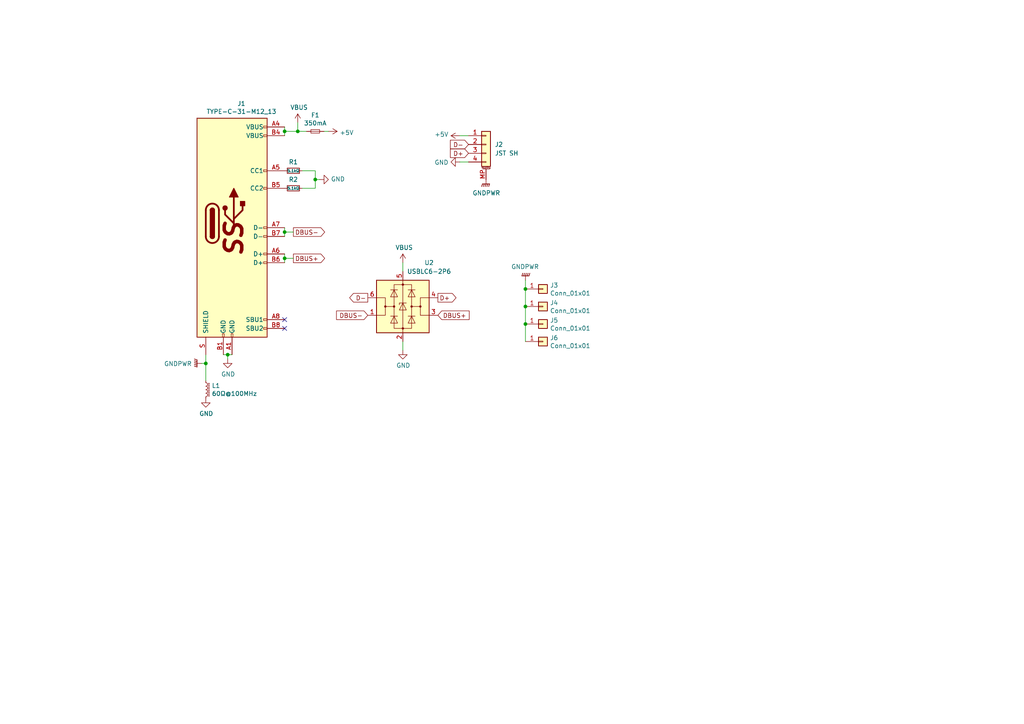
<source format=kicad_sch>
(kicad_sch (version 20210621) (generator eeschema)
  (paper "A4")
  (lib_symbols
    (symbol "Connector_Generic:Conn_01x01" (pin_names (offset 1.016) hide)
      (property "Reference" "J" (at 0 2.54 0))
      (property "Value" "Conn_01x01" (at 0 -2.54 0))
      (symbol "Conn_01x01_1_1"
        (rectangle (start -1.27 0.127) (end 0 -0.127) (stroke (width 0.1524)))
        (rectangle (start -1.27 1.27) (end 1.27 -1.27) (stroke (width 0.254)) (fill (type background)))
        (pin passive line (at -5.08 0 0) (length 3.81) (name "Pin_1") (number "1"))
      )
    )
    (symbol "Connector_Generic_MountingPin:Conn_01x04_MountingPin" (pin_names (offset 1.016) hide)
      (property "Reference" "J" (at 0 5.08 0))
      (property "Value" "Conn_01x04_MountingPin" (at 1.27 -7.62 0))
      (symbol "Conn_01x04_MountingPin_1_1"
        (rectangle (start -1.27 -4.953) (end 0 -5.207) (stroke (width 0.1524)))
        (rectangle (start -1.27 -2.413) (end 0 -2.667) (stroke (width 0.1524)))
        (rectangle (start -1.27 0.127) (end 0 -0.127) (stroke (width 0.1524)))
        (rectangle (start -1.27 2.667) (end 0 2.413) (stroke (width 0.1524)))
        (rectangle (start -1.27 3.81) (end 1.27 -6.35) (stroke (width 0.254)) (fill (type background)))
        (polyline (pts (xy -1.016 -7.112) (xy 1.016 -7.112)) (stroke (width 0.1524)))
        (text "Mounting" (at 0 -6.731 0) (effects (font (size 0.381 0.381))))
        (pin passive line (at -5.08 2.54 0) (length 3.81) (name "Pin_1") (number "1"))
        (pin passive line (at -5.08 0 0) (length 3.81) (name "Pin_2") (number "2"))
        (pin passive line (at -5.08 -2.54 0) (length 3.81) (name "Pin_3") (number "3"))
        (pin passive line (at -5.08 -5.08 0) (length 3.81) (name "Pin_4") (number "4"))
        (pin passive line (at 0 -10.16 90) (length 3.048) (name "MountPin") (number "MP"))
      )
    )
    (symbol "Device:Fuse_Small" (pin_numbers hide) (pin_names (offset 0.254) hide)
      (property "Reference" "F" (at 0 -1.524 0))
      (property "Value" "Fuse_Small" (at 0 1.524 0))
      (symbol "Fuse_Small_0_1"
        (rectangle (start -1.27 0.508) (end 1.27 -0.508))
        (polyline (pts (xy -1.27 0) (xy 1.27 0)))
      )
      (symbol "Fuse_Small_1_1"
        (pin passive line (at -2.54 0 0) (length 1.27) (name "~") (number "1"))
        (pin passive line (at 2.54 0 180) (length 1.27) (name "~") (number "2"))
      )
    )
    (symbol "Device:L_Core_Ferrite_Small" (pin_numbers hide) (pin_names (offset 0.254) hide)
      (property "Reference" "L" (at 1.27 1.016 0))
      (property "Value" "Device_L_Core_Ferrite_Small" (at 1.27 -1.27 0))
      (symbol "L_Core_Ferrite_Small_0_1"
        (arc (start 0 -2.032) (mid 0.508 -1.524) (end 0 -1.016))
        (arc (start 0 -1.016) (mid 0.508 -0.508) (end 0 0))
        (polyline (pts (xy 0.762 -1.905) (xy 0.762 -1.651)))
        (polyline (pts (xy 0.762 -1.397) (xy 0.762 -1.143)))
        (polyline (pts (xy 0.762 -0.889) (xy 0.762 -0.635)))
        (polyline (pts (xy 0.762 -0.381) (xy 0.762 -0.127)))
        (polyline (pts (xy 0.762 0.127) (xy 0.762 0.381)))
        (polyline (pts (xy 0.762 0.635) (xy 0.762 0.889)))
        (polyline (pts (xy 0.762 1.143) (xy 0.762 1.397)))
        (polyline (pts (xy 0.762 1.651) (xy 0.762 1.905)))
        (polyline (pts (xy 1.016 -1.651) (xy 1.016 -1.905)))
        (polyline (pts (xy 1.016 -1.143) (xy 1.016 -1.397)))
        (polyline (pts (xy 1.016 -0.635) (xy 1.016 -0.889)))
        (polyline (pts (xy 1.016 -0.127) (xy 1.016 -0.381)))
        (polyline (pts (xy 1.016 0.381) (xy 1.016 0.127)))
        (polyline (pts (xy 1.016 0.889) (xy 1.016 0.635)))
        (polyline (pts (xy 1.016 1.397) (xy 1.016 1.143)))
        (polyline (pts (xy 1.016 1.905) (xy 1.016 1.651)))
        (arc (start 0 0) (mid 0.508 0.508) (end 0 1.016))
        (arc (start 0 1.016) (mid 0.508 1.524) (end 0 2.032))
      )
      (symbol "L_Core_Ferrite_Small_1_1"
        (pin passive line (at 0 2.54 270) (length 0.508) (name "~") (number "1"))
        (pin passive line (at 0 -2.54 90) (length 0.508) (name "~") (number "2"))
      )
    )
    (symbol "Device:R_Small" (pin_numbers hide) (pin_names (offset 0.254) hide)
      (property "Reference" "R" (at 0.762 0.508 0))
      (property "Value" "R_Small" (at 0.762 -1.016 0))
      (symbol "R_Small_0_1"
        (rectangle (start -0.762 1.778) (end 0.762 -1.778) (stroke (width 0.2032)))
      )
      (symbol "R_Small_1_1"
        (pin passive line (at 0 2.54 270) (length 0.762) (name "~") (number "1"))
        (pin passive line (at 0 -2.54 90) (length 0.762) (name "~") (number "2"))
      )
    )
    (symbol "Power_Protection:USBLC6-2P6" (pin_names hide)
      (property "Reference" "U" (at 2.54 8.89 0))
      (property "Value" "USBLC6-2P6" (at 2.54 -8.89 0))
      (symbol "USBLC6-2P6_0_1"
        (rectangle (start -7.62 -7.62) (end 7.62 7.62) (stroke (width 0.254)) (fill (type background)))
        (circle (center -5.08 0) (radius 0.254) (fill (type outline)))
        (circle (center -2.54 0) (radius 0.254) (fill (type outline)))
        (rectangle (start -2.54 6.35) (end 2.54 -6.35))
        (circle (center 0 -6.35) (radius 0.254) (fill (type outline)))
        (polyline (pts (xy -5.08 -2.54) (xy -7.62 -2.54)))
        (polyline (pts (xy -5.08 0) (xy -5.08 -2.54)))
        (polyline (pts (xy -5.08 2.54) (xy -7.62 2.54)))
        (polyline (pts (xy -1.524 -2.794) (xy -3.556 -2.794)))
        (polyline (pts (xy -1.524 4.826) (xy -3.556 4.826)))
        (polyline (pts (xy 0 -7.62) (xy 0 -6.35)))
        (polyline (pts (xy 0 -6.35) (xy 0 1.27)))
        (polyline (pts (xy 0 1.27) (xy 0 6.35)))
        (polyline (pts (xy 0 6.35) (xy 0 7.62)))
        (polyline (pts (xy 1.524 -2.794) (xy 3.556 -2.794)))
        (polyline (pts (xy 1.524 4.826) (xy 3.556 4.826)))
        (polyline (pts (xy 5.08 -2.54) (xy 7.62 -2.54)))
        (polyline (pts (xy 5.08 0) (xy 5.08 -2.54)))
        (polyline (pts (xy 5.08 2.54) (xy 7.62 2.54)))
        (polyline (pts (xy -2.54 0) (xy -5.08 0) (xy -5.08 2.54)))
        (polyline (pts (xy 2.54 0) (xy 5.08 0) (xy 5.08 2.54)))
        (polyline (pts (xy -3.556 -4.826) (xy -1.524 -4.826) (xy -2.54 -2.794) (xy -3.556 -4.826)))
        (polyline (pts (xy -3.556 2.794) (xy -1.524 2.794) (xy -2.54 4.826) (xy -3.556 2.794)))
        (polyline (pts (xy -1.016 -1.016) (xy 1.016 -1.016) (xy 0 1.016) (xy -1.016 -1.016)))
        (polyline (pts (xy 1.016 1.016) (xy 0.762 1.016) (xy -1.016 1.016) (xy -1.016 0.508)))
        (polyline (pts (xy 3.556 -4.826) (xy 1.524 -4.826) (xy 2.54 -2.794) (xy 3.556 -4.826)))
        (polyline (pts (xy 3.556 2.794) (xy 1.524 2.794) (xy 2.54 4.826) (xy 3.556 2.794)))
        (circle (center 0 6.35) (radius 0.254) (fill (type outline)))
        (circle (center 2.54 0) (radius 0.254) (fill (type outline)))
        (circle (center 5.08 0) (radius 0.254) (fill (type outline)))
      )
      (symbol "USBLC6-2P6_1_1"
        (pin passive line (at -10.16 -2.54 0) (length 2.54) (name "I/O1") (number "1"))
        (pin passive line (at 0 -10.16 90) (length 2.54) (name "GND") (number "2"))
        (pin passive line (at 10.16 -2.54 180) (length 2.54) (name "I/O2") (number "3"))
        (pin passive line (at 10.16 2.54 180) (length 2.54) (name "I/O2") (number "4"))
        (pin passive line (at 0 10.16 270) (length 2.54) (name "VBUS") (number "5"))
        (pin passive line (at -10.16 2.54 0) (length 2.54) (name "I/O1") (number "6"))
      )
    )
    (symbol "acheronSymbols:TYPE-C-31-M12_13" (pin_names (offset 1.016))
      (property "Reference" "J" (at -1.27 35.56 0))
      (property "Value" "acheronSymbols_TYPE-C-31-M12_13" (at 10.16 33.02 0))
      (symbol "TYPE-C-31-M12_13_0_0"
        (rectangle (start -0.254 -31.75) (end 0.254 -30.734))
        (rectangle (start 10.16 -28.956) (end 9.144 -29.464))
        (rectangle (start 10.16 -26.416) (end 9.144 -26.924))
        (rectangle (start 10.16 -9.906) (end 9.144 -10.414))
        (rectangle (start 10.16 -7.366) (end 9.144 -7.874))
        (rectangle (start 10.16 -2.286) (end 9.144 -2.794))
        (rectangle (start 10.16 0.254) (end 9.144 -0.254))
        (rectangle (start 10.16 11.684) (end 9.144 11.176))
        (rectangle (start 10.16 16.764) (end 9.144 16.256))
        (rectangle (start 10.16 29.464) (end 9.144 28.956))
        (text "SS" (at 0.508 -3.175 900) (effects (font (size 5.08 5.08) bold italic)))
      )
      (symbol "TYPE-C-31-M12_13_0_1"
        (rectangle (start -10.16 31.75) (end 10.16 -31.75) (stroke (width 0.254)) (fill (type background)))
        (arc (start -7.62 -2.54) (mid -5.715 -4.445) (end -3.81 -2.54) (stroke (width 0.508)))
        (arc (start -6.35 -2.54) (mid -5.715 -3.175) (end -5.08 -2.54) (stroke (width 0.254)))
        (arc (start -6.35 -2.54) (mid -5.715 -3.175) (end -5.08 -2.54) (stroke (width 0.254)) (fill (type outline)))
        (rectangle (start -6.35 -2.54) (end -5.08 5.08) (stroke (width 0.254)) (fill (type outline)))
        (arc (start -5.08 5.08) (mid -5.715 5.715) (end -6.35 5.08) (stroke (width 0.254)))
        (arc (start -5.08 5.08) (mid -5.715 5.715) (end -6.35 5.08) (stroke (width 0.254)) (fill (type outline)))
        (arc (start -3.81 5.08) (mid -5.715 6.985) (end -7.62 5.08) (stroke (width 0.508)))
        (circle (center -2.032 5.715) (radius 0.635) (stroke (width 0.254)) (fill (type outline)))
        (polyline (pts (xy -7.62 -2.54) (xy -7.62 5.08)) (stroke (width 0.508)))
        (polyline (pts (xy -3.81 5.08) (xy -3.81 -2.54)) (stroke (width 0.508)))
        (polyline (pts (xy 0.508 0) (xy 0.508 8.89)) (stroke (width 0.508)))
        (polyline (pts (xy 0.508 1.27) (xy -2.032 3.81) (xy -2.032 5.08)) (stroke (width 0.508)))
        (polyline (pts (xy 0.508 2.54) (xy 3.048 5.08) (xy 3.048 6.35)) (stroke (width 0.508)))
        (polyline (pts (xy -0.762 8.89) (xy 0.508 11.43) (xy 1.778 8.89) (xy -0.762 8.89)) (stroke (width 0.254)) (fill (type outline)))
        (rectangle (start 2.413 6.35) (end 3.683 7.62) (stroke (width 0.254)) (fill (type outline)))
      )
      (symbol "TYPE-C-31-M12_13_1_1"
        (rectangle (start -2.794 -31.75) (end -2.286 -30.734))
        (rectangle (start 10.16 26.924) (end 9.144 26.416))
        (pin power_out line (at 0 -36.83 90) (length 5.08) (name "GND") (number "A1"))
        (pin power_out line (at 15.24 29.21 180) (length 5.08) (name "VBUS") (number "A4"))
        (pin bidirectional line (at 15.24 16.51 180) (length 5.08) (name "CC1") (number "A5"))
        (pin bidirectional line (at 15.24 -7.62 180) (length 5.08) (name "D+") (number "A6"))
        (pin bidirectional line (at 15.24 0 180) (length 5.08) (name "D-") (number "A7"))
        (pin bidirectional line (at 15.24 -26.67 180) (length 5.08) (name "SBU1") (number "A8"))
        (pin power_out line (at -2.54 -36.83 90) (length 5.08) (name "GND") (number "B1"))
        (pin power_out line (at 15.24 26.67 180) (length 5.08) (name "VBUS") (number "B4"))
        (pin bidirectional line (at 15.24 11.43 180) (length 5.08) (name "CC2") (number "B5"))
        (pin bidirectional line (at 15.24 -10.16 180) (length 5.08) (name "D+") (number "B6"))
        (pin bidirectional line (at 15.24 -2.54 180) (length 5.08) (name "D-") (number "B7"))
        (pin bidirectional line (at 15.24 -29.21 180) (length 5.08) (name "SBU2") (number "B8"))
        (pin passive line (at -7.62 -36.83 90) (length 5.08) (name "SHIELD") (number "S"))
      )
    )
    (symbol "power:+5V" (power) (pin_names (offset 0))
      (property "Value" "+5V" (at 0 3.556 0))
      (symbol "+5V_0_1"
        (polyline (pts (xy -0.762 1.27) (xy 0 2.54)))
        (polyline (pts (xy 0 0) (xy 0 2.54)))
        (polyline (pts (xy 0 2.54) (xy 0.762 1.27)))
      )
      (symbol "+5V_1_1"
        (pin power_in line (at 0 0 90) (length 0) hide (name "+5V") (number "1"))
      )
    )
    (symbol "power:GND" (power) (pin_names (offset 0))
      (property "Value" "GND" (at 0 -3.81 0))
      (symbol "GND_0_1"
        (polyline (pts (xy 0 0) (xy 0 -1.27) (xy 1.27 -1.27) (xy 0 -2.54) (xy -1.27 -1.27) (xy 0 -1.27)))
      )
      (symbol "GND_1_1"
        (pin power_in line (at 0 0 270) (length 0) hide (name "GND") (number "1"))
      )
    )
    (symbol "power:GNDPWR" (power) (pin_names (offset 0))
      (property "Value" "GNDPWR" (at 0 -3.302 0))
      (symbol "GNDPWR_0_1"
        (polyline (pts (xy 0 -1.27) (xy 0 0)))
        (polyline (pts (xy -1.016 -1.27) (xy -1.27 -2.032) (xy -1.27 -2.032)) (stroke (width 0.2032)))
        (polyline (pts (xy -0.508 -1.27) (xy -0.762 -2.032) (xy -0.762 -2.032)) (stroke (width 0.2032)))
        (polyline (pts (xy 0 -1.27) (xy -0.254 -2.032) (xy -0.254 -2.032)) (stroke (width 0.2032)))
        (polyline (pts (xy 0.508 -1.27) (xy 0.254 -2.032) (xy 0.254 -2.032)) (stroke (width 0.2032)))
        (polyline (pts (xy 1.016 -1.27) (xy -1.016 -1.27) (xy -1.016 -1.27)) (stroke (width 0.2032)))
        (polyline (pts (xy 1.016 -1.27) (xy 0.762 -2.032) (xy 0.762 -2.032) (xy 0.762 -2.032)) (stroke (width 0.2032)))
      )
      (symbol "GNDPWR_1_1"
        (pin power_in line (at 0 0 270) (length 0) hide (name "GNDPWR") (number "1"))
      )
    )
    (symbol "power:VBUS" (power) (pin_names (offset 0))
      (property "Value" "VBUS" (at 0 3.81 0))
      (symbol "VBUS_0_1"
        (polyline (pts (xy -0.762 1.27) (xy 0 2.54)))
        (polyline (pts (xy 0 0) (xy 0 2.54)))
        (polyline (pts (xy 0 2.54) (xy 0.762 1.27)))
      )
      (symbol "VBUS_1_1"
        (pin power_in line (at 0 0 90) (length 0) hide (name "VBUS") (number "1"))
      )
    )
  )
  (junction (at 66.04 102.87))
  (junction (at 59.69 105.41))
  (junction (at 152.4 88.9))
  (junction (at 82.55 74.93))
  (junction (at 82.55 38.1))
  (junction (at 91.44 52.07))
  (junction (at 86.36 38.1))
  (junction (at 152.4 83.82))
  (junction (at 152.4 93.98))
  (junction (at 82.55 67.31))
  (no_connect (at 82.55 95.25))
  (no_connect (at 82.55 92.71))
  (wire (pts (xy 133.35 39.37) (xy 135.89 39.37)))
  (wire (pts (xy 59.69 105.41) (xy 59.69 110.49)))
  (wire (pts (xy 82.55 67.31) (xy 82.55 66.04)))
  (wire (pts (xy 82.55 38.1) (xy 86.36 38.1)))
  (wire (pts (xy 85.09 67.31) (xy 82.55 67.31)))
  (wire (pts (xy 152.4 88.9) (xy 152.4 93.98)))
  (wire (pts (xy 91.44 52.07) (xy 91.44 54.61)))
  (wire (pts (xy 66.04 102.87) (xy 66.04 104.14)))
  (wire (pts (xy 116.84 101.6) (xy 116.84 99.06)))
  (wire (pts (xy 82.55 38.1) (xy 82.55 39.37)))
  (wire (pts (xy 82.55 74.93) (xy 82.55 73.66)))
  (wire (pts (xy 91.44 54.61) (xy 87.63 54.61)))
  (wire (pts (xy 64.77 102.87) (xy 66.04 102.87)))
  (wire (pts (xy 82.55 68.58) (xy 82.55 67.31)))
  (wire (pts (xy 86.36 35.56) (xy 86.36 38.1)))
  (wire (pts (xy 133.35 46.99) (xy 135.89 46.99)))
  (wire (pts (xy 93.98 38.1) (xy 95.25 38.1)))
  (wire (pts (xy 85.09 74.93) (xy 82.55 74.93)))
  (wire (pts (xy 152.4 99.06) (xy 152.4 93.98)))
  (wire (pts (xy 87.63 49.53) (xy 91.44 49.53)))
  (wire (pts (xy 92.71 52.07) (xy 91.44 52.07)))
  (wire (pts (xy 66.04 102.87) (xy 67.31 102.87)))
  (wire (pts (xy 86.36 38.1) (xy 88.9 38.1)))
  (wire (pts (xy 58.42 105.41) (xy 59.69 105.41)))
  (wire (pts (xy 91.44 49.53) (xy 91.44 52.07)))
  (wire (pts (xy 152.4 88.9) (xy 152.4 83.82)))
  (wire (pts (xy 116.84 78.74) (xy 116.84 76.2)))
  (wire (pts (xy 82.55 36.83) (xy 82.55 38.1)))
  (wire (pts (xy 59.69 102.87) (xy 59.69 105.41)))
  (wire (pts (xy 152.4 83.82) (xy 152.4 81.28)))
  (wire (pts (xy 82.55 76.2) (xy 82.55 74.93)))
  (global_label "D+" (shape output) (at 127 86.36 0) (property "Intersheet References" "${INTERSHEET_REFS}" (effects hide)))
  (global_label "D-" (shape output) (at 106.68 86.36 180) (property "Intersheet References" "${INTERSHEET_REFS}" (effects hide)))
  (global_label "DBUS+" (shape input) (at 127 91.44 0) (property "Intersheet References" "${INTERSHEET_REFS}" (effects hide)))
  (global_label "D-" (shape input) (at 135.89 41.91 180) (property "Intersheet References" "${INTERSHEET_REFS}" (effects hide)))
  (global_label "DBUS-" (shape output) (at 85.09 67.31 0) (property "Intersheet References" "${INTERSHEET_REFS}" (effects hide)))
  (global_label "D+" (shape input) (at 135.89 44.45 180) (property "Intersheet References" "${INTERSHEET_REFS}" (effects hide)))
  (global_label "DBUS-" (shape input) (at 106.68 91.44 180) (property "Intersheet References" "${INTERSHEET_REFS}" (effects hide)))
  (global_label "DBUS+" (shape output) (at 85.09 74.93 0) (property "Intersheet References" "${INTERSHEET_REFS}" (effects hide)))
  (symbol (lib_id "acheronSymbols:TYPE-C-31-M12_13") (at 67.31 66.04 0) (unit 1)
    (property "Reference" "J1" (at 70.0278 30.0482 0))
    (property "Value" "TYPE-C-31-M12_13" (at 70.0278 32.3596 0))
    (property "Footprint" "MX:TYPE-C-31-M-12" (effects hide))
  )
  (symbol (lib_id "Connector_Generic_MountingPin:Conn_01x04_MountingPin") (at 140.97 41.91 0) (unit 1)
    (property "Reference" "J2" (at 143.51 41.91 0) (effects (justify left)))
    (property "Value" "JST SH" (at 143.51 44.45 0) (effects (justify left)))
    (property "Footprint" "MX:JST_SH" (effects hide))
  )
  (symbol (lib_id "Power_Protection:USBLC6-2P6") (at 116.84 88.9 0) (unit 1)
    (property "Reference" "U2" (at 124.46 76.2 0))
    (property "Value" "USBLC6-2P6" (at 124.46 78.74 0))
    (property "Footprint" "MX:SOT-666" (effects hide))
    (property "Datasheet" "https://www.st.com/resource/en/datasheet/usblc6-2.pdf" (effects hide))
  )
  (symbol (lib_id "Device:Fuse_Small") (at 91.44 38.1 0) (unit 1)
    (property "Reference" "F1" (at 91.44 33.401 0))
    (property "Value" "350mA" (at 91.44 35.7124 0))
    (property "Footprint" "MX:Fuse_0805" (effects hide))
  )
  (symbol (lib_id "Device:R_Small") (at 85.09 49.53 90) (unit 1)
    (property "Reference" "R1" (at 85.09 46.99 90))
    (property "Value" "5.1kΩ" (at 85.09 49.53 90) (effects (font (size 0.7874 0.7874))))
    (property "Footprint" "MX:R_0402" (effects hide))
  )
  (symbol (lib_id "Device:R_Small") (at 85.09 54.61 270) (unit 1)
    (property "Reference" "R2" (at 85.09 52.07 90))
    (property "Value" "5.1kΩ" (at 85.09 54.61 90) (effects (font (size 0.7874 0.7874))))
    (property "Footprint" "MX:R_0402" (effects hide))
  )
  (symbol (lib_id "Connector_Generic:Conn_01x01") (at 157.48 83.82 0) (unit 1)
    (property "Reference" "J3" (at 159.512 82.7532 0) (effects (justify left)))
    (property "Value" "Conn_01x01" (at 159.512 85.0646 0) (effects (justify left)))
    (property "Footprint" "MX:M2_MountingHole" (effects hide))
  )
  (symbol (lib_id "Connector_Generic:Conn_01x01") (at 157.48 88.9 0) (unit 1)
    (property "Reference" "J4" (at 159.512 87.8332 0) (effects (justify left)))
    (property "Value" "Conn_01x01" (at 159.512 90.1446 0) (effects (justify left)))
    (property "Footprint" "MX:M2_MountingHole" (effects hide))
  )
  (symbol (lib_id "Connector_Generic:Conn_01x01") (at 157.48 93.98 0) (unit 1)
    (property "Reference" "J5" (at 159.512 92.9132 0) (effects (justify left)))
    (property "Value" "Conn_01x01" (at 159.512 95.2246 0) (effects (justify left)))
    (property "Footprint" "MX:M2_MountingHole" (effects hide))
  )
  (symbol (lib_id "Connector_Generic:Conn_01x01") (at 157.48 99.06 0) (unit 1)
    (property "Reference" "J6" (at 159.512 97.9932 0) (effects (justify left)))
    (property "Value" "Conn_01x01" (at 159.512 100.3046 0) (effects (justify left)))
    (property "Footprint" "MX:M2_MountingHole" (effects hide))
  )
  (symbol (lib_id "power:GND") (at 92.71 52.07 90) (unit 1)
    (property "Reference" "#PWR0101" (effects hide))
    (property "Value" "GND" (at 95.9612 51.943 90) (effects (justify right)))
  )
  (symbol (lib_id "power:GNDPWR") (at 140.97 52.07 0) (unit 1)
    (property "Reference" "#PWR0112" (effects hide))
    (property "Value" "GNDPWR" (at 141.0716 55.9816 0))
  )
  (symbol (lib_id "power:GND") (at 66.04 104.14 0) (unit 1)
    (property "Reference" "#PWR0102" (effects hide))
    (property "Value" "GND" (at 66.167 108.5342 0))
  )
  (symbol (lib_id "power:GNDPWR") (at 152.4 81.28 180) (unit 1)
    (property "Reference" "#PWR0103" (effects hide))
    (property "Value" "GNDPWR" (at 152.2984 77.3684 0))
  )
  (symbol (lib_id "power:GNDPWR") (at 58.42 105.41 270) (unit 1)
    (property "Reference" "#PWR0105" (effects hide))
    (property "Value" "GNDPWR" (at 55.6514 105.5116 90) (effects (justify right)))
  )
  (symbol (lib_id "power:GND") (at 116.84 101.6 0) (unit 1)
    (property "Reference" "#PWR0106" (effects hide))
    (property "Value" "GND" (at 116.967 105.9942 0))
  )
  (symbol (lib_id "power:VBUS") (at 116.84 76.2 0) (unit 1)
    (property "Reference" "#PWR0107" (effects hide))
    (property "Value" "VBUS" (at 117.221 71.8058 0))
  )
  (symbol (lib_id "power:VBUS") (at 86.36 35.56 0) (unit 1)
    (property "Reference" "#PWR0108" (effects hide))
    (property "Value" "VBUS" (at 86.741 31.1658 0))
  )
  (symbol (lib_id "power:+5V") (at 95.25 38.1 270) (unit 1)
    (property "Reference" "#PWR0109" (effects hide))
    (property "Value" "+5V" (at 98.5012 38.481 90) (effects (justify left)))
  )
  (symbol (lib_id "power:+5V") (at 133.35 39.37 90) (unit 1)
    (property "Reference" "#PWR0110" (effects hide))
    (property "Value" "+5V" (at 130.0988 38.989 90) (effects (justify left)))
  )
  (symbol (lib_id "power:GND") (at 133.35 46.99 270) (unit 1)
    (property "Reference" "#PWR0111" (effects hide))
    (property "Value" "GND" (at 130.0988 47.117 90) (effects (justify right)))
  )
  (symbol (lib_id "Device:L_Core_Ferrite_Small") (at 59.69 113.03 0) (unit 1)
    (property "Reference" "L1" (at 61.4172 111.8616 0) (effects (justify left)))
    (property "Value" "60Ω@100MHz" (at 61.4172 114.173 0) (effects (justify left)))
    (property "Footprint" "MX:L_0805" (effects hide))
  )
  (symbol (lib_id "power:GND") (at 59.69 115.57 0) (unit 1)
    (property "Reference" "#PWR0104" (effects hide))
    (property "Value" "GND" (at 59.817 119.9642 0))
  )
)
</source>
